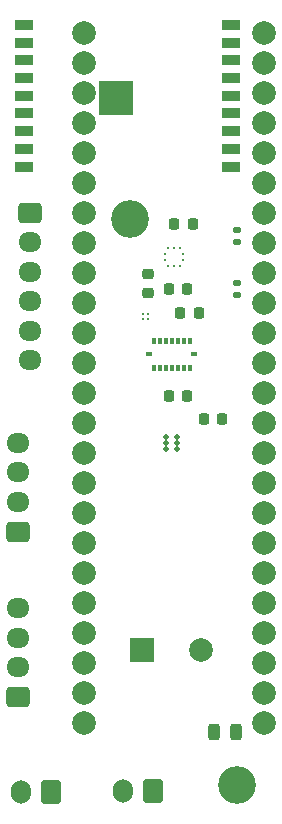
<source format=gbr>
%TF.GenerationSoftware,KiCad,Pcbnew,9.0.4*%
%TF.CreationDate,2025-10-31T11:16:09-04:00*%
%TF.ProjectId,Ethan PCB,45746861-6e20-4504-9342-2e6b69636164,rev?*%
%TF.SameCoordinates,Original*%
%TF.FileFunction,Soldermask,Bot*%
%TF.FilePolarity,Negative*%
%FSLAX46Y46*%
G04 Gerber Fmt 4.6, Leading zero omitted, Abs format (unit mm)*
G04 Created by KiCad (PCBNEW 9.0.4) date 2025-10-31 11:16:09*
%MOMM*%
%LPD*%
G01*
G04 APERTURE LIST*
G04 Aperture macros list*
%AMRoundRect*
0 Rectangle with rounded corners*
0 $1 Rounding radius*
0 $2 $3 $4 $5 $6 $7 $8 $9 X,Y pos of 4 corners*
0 Add a 4 corners polygon primitive as box body*
4,1,4,$2,$3,$4,$5,$6,$7,$8,$9,$2,$3,0*
0 Add four circle primitives for the rounded corners*
1,1,$1+$1,$2,$3*
1,1,$1+$1,$4,$5*
1,1,$1+$1,$6,$7*
1,1,$1+$1,$8,$9*
0 Add four rect primitives between the rounded corners*
20,1,$1+$1,$2,$3,$4,$5,0*
20,1,$1+$1,$4,$5,$6,$7,0*
20,1,$1+$1,$6,$7,$8,$9,0*
20,1,$1+$1,$8,$9,$2,$3,0*%
G04 Aperture macros list end*
%ADD10RoundRect,0.250000X0.600000X0.750000X-0.600000X0.750000X-0.600000X-0.750000X0.600000X-0.750000X0*%
%ADD11O,1.700000X2.000000*%
%ADD12C,2.000000*%
%ADD13RoundRect,0.250000X-0.725000X0.600000X-0.725000X-0.600000X0.725000X-0.600000X0.725000X0.600000X0*%
%ADD14O,1.950000X1.700000*%
%ADD15C,3.200000*%
%ADD16RoundRect,0.250000X0.725000X-0.600000X0.725000X0.600000X-0.725000X0.600000X-0.725000X-0.600000X0*%
%ADD17R,1.500000X0.900000*%
%ADD18R,2.900000X2.900000*%
%ADD19R,0.350000X0.590000*%
%ADD20R,0.590000X0.350000*%
%ADD21RoundRect,0.225000X0.250000X-0.225000X0.250000X0.225000X-0.250000X0.225000X-0.250000X-0.225000X0*%
%ADD22RoundRect,0.225000X0.225000X0.250000X-0.225000X0.250000X-0.225000X-0.250000X0.225000X-0.250000X0*%
%ADD23RoundRect,0.135000X0.185000X-0.135000X0.185000X0.135000X-0.185000X0.135000X-0.185000X-0.135000X0*%
%ADD24R,0.279400X0.254000*%
%ADD25R,0.254000X0.254000*%
%ADD26RoundRect,0.225000X-0.225000X-0.250000X0.225000X-0.250000X0.225000X0.250000X-0.225000X0.250000X0*%
%ADD27C,0.464000*%
%ADD28RoundRect,0.135000X-0.185000X0.135000X-0.185000X-0.135000X0.185000X-0.135000X0.185000X0.135000X0*%
%ADD29RoundRect,0.243750X0.243750X0.456250X-0.243750X0.456250X-0.243750X-0.456250X0.243750X-0.456250X0*%
%ADD30C,0.203200*%
%ADD31R,2.000000X2.000000*%
G04 APERTURE END LIST*
D10*
%TO.C,J2*%
X94900000Y-101500000D03*
D11*
X92400000Y-101500000D03*
%TD*%
D12*
%TO.C,Teensy4.1*%
X104305000Y-72855000D03*
X104305000Y-39835000D03*
X89065000Y-37295000D03*
X104305000Y-75395000D03*
X104305000Y-77935000D03*
X104305000Y-80475000D03*
X104305000Y-83015000D03*
X104305000Y-85555000D03*
X104305000Y-88095000D03*
X104305000Y-90635000D03*
X104305000Y-93175000D03*
X104305000Y-95715000D03*
X89065000Y-95715000D03*
X89065000Y-93175000D03*
X89065000Y-90635000D03*
X89065000Y-88095000D03*
X89065000Y-85555000D03*
X89065000Y-83015000D03*
X89065000Y-80475000D03*
X89065000Y-77935000D03*
X89065000Y-75395000D03*
X104305000Y-44915000D03*
X104305000Y-47455000D03*
X104305000Y-49995000D03*
X104305000Y-52535000D03*
X104305000Y-55075000D03*
X104305000Y-57615000D03*
X104305000Y-60155000D03*
X104305000Y-62695000D03*
X104305000Y-65235000D03*
X104305000Y-67775000D03*
X104305000Y-70315000D03*
X89065000Y-70315000D03*
X89065000Y-67775000D03*
X89065000Y-65235000D03*
X89065000Y-62695000D03*
X89065000Y-60155000D03*
X89065000Y-57615000D03*
X89065000Y-55075000D03*
X104305000Y-37295000D03*
X89065000Y-52535000D03*
X89065000Y-49995000D03*
X104305000Y-42375000D03*
X89065000Y-72855000D03*
X89065000Y-47455000D03*
X89065000Y-44915000D03*
X89065000Y-42375000D03*
X89065000Y-39835000D03*
%TD*%
D13*
%TO.C,J5*%
X84500000Y-52500000D03*
D14*
X84500000Y-55000000D03*
X84500000Y-57500000D03*
X84500000Y-60000000D03*
X84500000Y-62500000D03*
X84500000Y-65000000D03*
%TD*%
D15*
%TO.C,H2*%
X102000000Y-101000000D03*
%TD*%
%TO.C,H1*%
X93000000Y-53000000D03*
%TD*%
D10*
%TO.C,J4*%
X86250000Y-101525000D03*
D11*
X83750000Y-101525000D03*
%TD*%
D16*
%TO.C,J3*%
X83500000Y-93500000D03*
D14*
X83500000Y-91000000D03*
X83500000Y-88500000D03*
X83500000Y-86000000D03*
%TD*%
D16*
%TO.C,J1*%
X83500000Y-79500000D03*
D14*
X83500000Y-77000000D03*
X83500000Y-74500000D03*
X83500000Y-72000000D03*
%TD*%
D17*
%TO.C,U4*%
X101500000Y-36600000D03*
X101500000Y-38100000D03*
X101500000Y-39600000D03*
X101500000Y-41100000D03*
X101500000Y-42600000D03*
X101500000Y-44100000D03*
X101500000Y-45600000D03*
X101500000Y-47100000D03*
X101500000Y-48600000D03*
X84000000Y-48600000D03*
X84000000Y-47100000D03*
X84000000Y-45600000D03*
X84000000Y-44100000D03*
X84000000Y-42600000D03*
X84000000Y-41100000D03*
X84000000Y-39600000D03*
X84000000Y-38100000D03*
X84000000Y-36600000D03*
D18*
X91790000Y-42800000D03*
%TD*%
D19*
%TO.C,U5*%
X98000000Y-63335000D03*
X97500000Y-63335000D03*
X97000000Y-63335000D03*
X96500000Y-63335000D03*
X96000000Y-63335000D03*
X95500000Y-63335000D03*
X95000000Y-63335000D03*
D20*
X94585000Y-64500000D03*
D19*
X95000000Y-65665000D03*
X95500000Y-65665000D03*
X96000000Y-65665000D03*
X96500000Y-65665000D03*
X97000000Y-65665000D03*
X97500000Y-65665000D03*
X98000000Y-65665000D03*
D20*
X98415000Y-64500000D03*
%TD*%
D21*
%TO.C,C6*%
X94500000Y-59275000D03*
X94500000Y-57725000D03*
%TD*%
D22*
%TO.C,C7*%
X100775000Y-70000000D03*
X99225000Y-70000000D03*
%TD*%
D23*
%TO.C,R1*%
X102000000Y-55010000D03*
X102000000Y-53990000D03*
%TD*%
D24*
%TO.C,U2*%
X97445301Y-55976999D03*
X97445301Y-56476999D03*
D25*
X97184999Y-57000000D03*
X96685000Y-57000000D03*
X96185001Y-57000000D03*
D24*
X95924699Y-56476999D03*
X95924699Y-55976999D03*
D25*
X96185001Y-55453998D03*
X96685000Y-55453998D03*
X97184999Y-55453998D03*
%TD*%
D26*
%TO.C,C4*%
X96225000Y-59000000D03*
X97775000Y-59000000D03*
%TD*%
D22*
%TO.C,C3*%
X97775000Y-68000000D03*
X96225000Y-68000000D03*
%TD*%
D27*
%TO.C,U1*%
X96975000Y-71490000D03*
X95975000Y-71490000D03*
X96975000Y-71990000D03*
X95975000Y-71990000D03*
X96975000Y-72490000D03*
X95975000Y-72490000D03*
%TD*%
D26*
%TO.C,C5*%
X97225000Y-61000000D03*
X98775000Y-61000000D03*
%TD*%
D28*
%TO.C,R2*%
X102000000Y-58490000D03*
X102000000Y-59510000D03*
%TD*%
D29*
%TO.C,D2*%
X101937500Y-96500000D03*
X100062500Y-96500000D03*
%TD*%
D30*
%TO.C,U3*%
X94500000Y-61100000D03*
X94100000Y-61100000D03*
X94500000Y-61500000D03*
X94100000Y-61500000D03*
%TD*%
D26*
%TO.C,C2*%
X96725000Y-53500000D03*
X98275000Y-53500000D03*
%TD*%
D31*
%TO.C,BZ1*%
X94000000Y-89500000D03*
D12*
X99000000Y-89500000D03*
%TD*%
M02*

</source>
